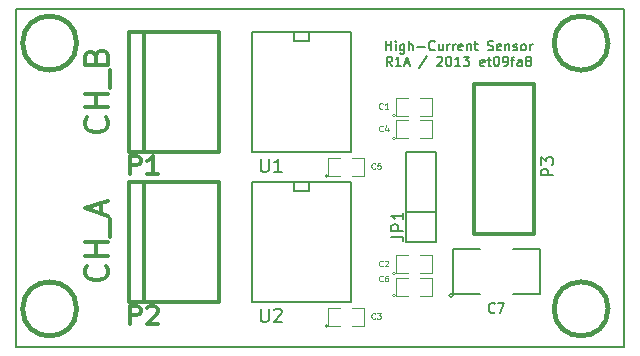
<source format=gto>
G04 (created by PCBNEW (2013-mar-13)-testing) date Thu 04 Apr 2013 06:28:06 PM CEST*
%MOIN*%
G04 Gerber Fmt 3.4, Leading zero omitted, Abs format*
%FSLAX34Y34*%
G01*
G70*
G90*
G04 APERTURE LIST*
%ADD10C,0.006*%
%ADD11C,0.00787402*%
%ADD12C,0.00590551*%
%ADD13C,0.005*%
%ADD14C,0.0039*%
%ADD15C,0.012*%
%ADD16C,0.015*%
%ADD17C,0.008*%
%ADD18C,0.0043*%
G04 APERTURE END LIST*
G54D10*
G54D11*
X82077Y-54377D02*
X82077Y-54062D01*
X82077Y-54212D02*
X82257Y-54212D01*
X82257Y-54377D02*
X82257Y-54062D01*
X82407Y-54377D02*
X82407Y-54167D01*
X82407Y-54062D02*
X82392Y-54077D01*
X82407Y-54092D01*
X82422Y-54077D01*
X82407Y-54062D01*
X82407Y-54092D01*
X82692Y-54167D02*
X82692Y-54422D01*
X82677Y-54452D01*
X82662Y-54467D01*
X82632Y-54482D01*
X82587Y-54482D01*
X82557Y-54467D01*
X82692Y-54362D02*
X82662Y-54377D01*
X82602Y-54377D01*
X82572Y-54362D01*
X82557Y-54347D01*
X82542Y-54317D01*
X82542Y-54227D01*
X82557Y-54197D01*
X82572Y-54182D01*
X82602Y-54167D01*
X82662Y-54167D01*
X82692Y-54182D01*
X82842Y-54377D02*
X82842Y-54062D01*
X82977Y-54377D02*
X82977Y-54212D01*
X82962Y-54182D01*
X82932Y-54167D01*
X82887Y-54167D01*
X82857Y-54182D01*
X82842Y-54197D01*
X83127Y-54257D02*
X83367Y-54257D01*
X83697Y-54347D02*
X83682Y-54362D01*
X83637Y-54377D01*
X83607Y-54377D01*
X83562Y-54362D01*
X83532Y-54332D01*
X83517Y-54302D01*
X83502Y-54242D01*
X83502Y-54197D01*
X83517Y-54137D01*
X83532Y-54107D01*
X83562Y-54077D01*
X83607Y-54062D01*
X83637Y-54062D01*
X83682Y-54077D01*
X83697Y-54092D01*
X83967Y-54167D02*
X83967Y-54377D01*
X83832Y-54167D02*
X83832Y-54332D01*
X83847Y-54362D01*
X83877Y-54377D01*
X83922Y-54377D01*
X83952Y-54362D01*
X83967Y-54347D01*
X84117Y-54377D02*
X84117Y-54167D01*
X84117Y-54227D02*
X84132Y-54197D01*
X84147Y-54182D01*
X84177Y-54167D01*
X84207Y-54167D01*
X84312Y-54377D02*
X84312Y-54167D01*
X84312Y-54227D02*
X84327Y-54197D01*
X84342Y-54182D01*
X84372Y-54167D01*
X84402Y-54167D01*
X84627Y-54362D02*
X84597Y-54377D01*
X84537Y-54377D01*
X84507Y-54362D01*
X84492Y-54332D01*
X84492Y-54212D01*
X84507Y-54182D01*
X84537Y-54167D01*
X84597Y-54167D01*
X84627Y-54182D01*
X84642Y-54212D01*
X84642Y-54242D01*
X84492Y-54272D01*
X84777Y-54167D02*
X84777Y-54377D01*
X84777Y-54197D02*
X84792Y-54182D01*
X84822Y-54167D01*
X84867Y-54167D01*
X84897Y-54182D01*
X84912Y-54212D01*
X84912Y-54377D01*
X85017Y-54167D02*
X85137Y-54167D01*
X85062Y-54062D02*
X85062Y-54332D01*
X85077Y-54362D01*
X85107Y-54377D01*
X85137Y-54377D01*
X85467Y-54362D02*
X85512Y-54377D01*
X85587Y-54377D01*
X85617Y-54362D01*
X85632Y-54347D01*
X85647Y-54317D01*
X85647Y-54287D01*
X85632Y-54257D01*
X85617Y-54242D01*
X85587Y-54227D01*
X85527Y-54212D01*
X85497Y-54197D01*
X85482Y-54182D01*
X85467Y-54152D01*
X85467Y-54122D01*
X85482Y-54092D01*
X85497Y-54077D01*
X85527Y-54062D01*
X85602Y-54062D01*
X85647Y-54077D01*
X85902Y-54362D02*
X85872Y-54377D01*
X85812Y-54377D01*
X85782Y-54362D01*
X85767Y-54332D01*
X85767Y-54212D01*
X85782Y-54182D01*
X85812Y-54167D01*
X85872Y-54167D01*
X85902Y-54182D01*
X85917Y-54212D01*
X85917Y-54242D01*
X85767Y-54272D01*
X86052Y-54167D02*
X86052Y-54377D01*
X86052Y-54197D02*
X86067Y-54182D01*
X86097Y-54167D01*
X86142Y-54167D01*
X86172Y-54182D01*
X86187Y-54212D01*
X86187Y-54377D01*
X86322Y-54362D02*
X86352Y-54377D01*
X86412Y-54377D01*
X86442Y-54362D01*
X86457Y-54332D01*
X86457Y-54317D01*
X86442Y-54287D01*
X86412Y-54272D01*
X86367Y-54272D01*
X86337Y-54257D01*
X86322Y-54227D01*
X86322Y-54212D01*
X86337Y-54182D01*
X86367Y-54167D01*
X86412Y-54167D01*
X86442Y-54182D01*
X86637Y-54377D02*
X86607Y-54362D01*
X86592Y-54347D01*
X86577Y-54317D01*
X86577Y-54227D01*
X86592Y-54197D01*
X86607Y-54182D01*
X86637Y-54167D01*
X86682Y-54167D01*
X86712Y-54182D01*
X86727Y-54197D01*
X86742Y-54227D01*
X86742Y-54317D01*
X86727Y-54347D01*
X86712Y-54362D01*
X86682Y-54377D01*
X86637Y-54377D01*
X86877Y-54377D02*
X86877Y-54167D01*
X86877Y-54227D02*
X86892Y-54197D01*
X86907Y-54182D01*
X86937Y-54167D01*
X86967Y-54167D01*
X82280Y-54897D02*
X82175Y-54747D01*
X82100Y-54897D02*
X82100Y-54582D01*
X82220Y-54582D01*
X82250Y-54597D01*
X82265Y-54612D01*
X82280Y-54642D01*
X82280Y-54687D01*
X82265Y-54717D01*
X82250Y-54732D01*
X82220Y-54747D01*
X82100Y-54747D01*
X82580Y-54897D02*
X82400Y-54897D01*
X82490Y-54897D02*
X82490Y-54582D01*
X82460Y-54627D01*
X82430Y-54657D01*
X82400Y-54672D01*
X82700Y-54807D02*
X82850Y-54807D01*
X82670Y-54897D02*
X82775Y-54582D01*
X82880Y-54897D01*
X83450Y-54567D02*
X83180Y-54972D01*
X83780Y-54612D02*
X83795Y-54597D01*
X83825Y-54582D01*
X83900Y-54582D01*
X83930Y-54597D01*
X83945Y-54612D01*
X83960Y-54642D01*
X83960Y-54672D01*
X83945Y-54717D01*
X83765Y-54897D01*
X83960Y-54897D01*
X84155Y-54582D02*
X84185Y-54582D01*
X84215Y-54597D01*
X84230Y-54612D01*
X84245Y-54642D01*
X84260Y-54702D01*
X84260Y-54777D01*
X84245Y-54837D01*
X84230Y-54867D01*
X84215Y-54882D01*
X84185Y-54897D01*
X84155Y-54897D01*
X84125Y-54882D01*
X84110Y-54867D01*
X84095Y-54837D01*
X84080Y-54777D01*
X84080Y-54702D01*
X84095Y-54642D01*
X84110Y-54612D01*
X84125Y-54597D01*
X84155Y-54582D01*
X84559Y-54897D02*
X84380Y-54897D01*
X84470Y-54897D02*
X84470Y-54582D01*
X84440Y-54627D01*
X84410Y-54657D01*
X84380Y-54672D01*
X84664Y-54582D02*
X84859Y-54582D01*
X84754Y-54702D01*
X84799Y-54702D01*
X84829Y-54717D01*
X84844Y-54732D01*
X84859Y-54762D01*
X84859Y-54837D01*
X84844Y-54867D01*
X84829Y-54882D01*
X84799Y-54897D01*
X84709Y-54897D01*
X84679Y-54882D01*
X84664Y-54867D01*
X85354Y-54882D02*
X85324Y-54897D01*
X85264Y-54897D01*
X85234Y-54882D01*
X85219Y-54852D01*
X85219Y-54732D01*
X85234Y-54702D01*
X85264Y-54687D01*
X85324Y-54687D01*
X85354Y-54702D01*
X85369Y-54732D01*
X85369Y-54762D01*
X85219Y-54792D01*
X85459Y-54687D02*
X85579Y-54687D01*
X85504Y-54582D02*
X85504Y-54852D01*
X85519Y-54882D01*
X85549Y-54897D01*
X85579Y-54897D01*
X85744Y-54582D02*
X85774Y-54582D01*
X85804Y-54597D01*
X85819Y-54612D01*
X85834Y-54642D01*
X85849Y-54702D01*
X85849Y-54777D01*
X85834Y-54837D01*
X85819Y-54867D01*
X85804Y-54882D01*
X85774Y-54897D01*
X85744Y-54897D01*
X85714Y-54882D01*
X85699Y-54867D01*
X85684Y-54837D01*
X85669Y-54777D01*
X85669Y-54702D01*
X85684Y-54642D01*
X85699Y-54612D01*
X85714Y-54597D01*
X85744Y-54582D01*
X85999Y-54897D02*
X86059Y-54897D01*
X86089Y-54882D01*
X86104Y-54867D01*
X86134Y-54822D01*
X86149Y-54762D01*
X86149Y-54642D01*
X86134Y-54612D01*
X86119Y-54597D01*
X86089Y-54582D01*
X86029Y-54582D01*
X85999Y-54597D01*
X85984Y-54612D01*
X85969Y-54642D01*
X85969Y-54717D01*
X85984Y-54747D01*
X85999Y-54762D01*
X86029Y-54777D01*
X86089Y-54777D01*
X86119Y-54762D01*
X86134Y-54747D01*
X86149Y-54717D01*
X86239Y-54687D02*
X86359Y-54687D01*
X86284Y-54897D02*
X86284Y-54627D01*
X86299Y-54597D01*
X86329Y-54582D01*
X86359Y-54582D01*
X86599Y-54897D02*
X86599Y-54732D01*
X86584Y-54702D01*
X86554Y-54687D01*
X86494Y-54687D01*
X86464Y-54702D01*
X86599Y-54882D02*
X86569Y-54897D01*
X86494Y-54897D01*
X86464Y-54882D01*
X86449Y-54852D01*
X86449Y-54822D01*
X86464Y-54792D01*
X86494Y-54777D01*
X86569Y-54777D01*
X86599Y-54762D01*
X86794Y-54717D02*
X86764Y-54702D01*
X86749Y-54687D01*
X86734Y-54657D01*
X86734Y-54642D01*
X86749Y-54612D01*
X86764Y-54597D01*
X86794Y-54582D01*
X86854Y-54582D01*
X86884Y-54597D01*
X86899Y-54612D01*
X86914Y-54642D01*
X86914Y-54657D01*
X86899Y-54687D01*
X86884Y-54702D01*
X86854Y-54717D01*
X86794Y-54717D01*
X86764Y-54732D01*
X86749Y-54747D01*
X86734Y-54777D01*
X86734Y-54837D01*
X86749Y-54867D01*
X86764Y-54882D01*
X86794Y-54897D01*
X86854Y-54897D01*
X86884Y-54882D01*
X86899Y-54867D01*
X86914Y-54837D01*
X86914Y-54777D01*
X86899Y-54747D01*
X86884Y-54732D01*
X86854Y-54717D01*
G54D12*
X90000Y-64250D02*
X90000Y-53000D01*
X69750Y-64250D02*
X69750Y-53000D01*
X90000Y-53000D02*
X69750Y-53000D01*
X69750Y-64250D02*
X90000Y-64250D01*
G54D13*
X77600Y-62750D02*
X77600Y-58750D01*
X77600Y-58750D02*
X80900Y-58750D01*
X80900Y-58750D02*
X80900Y-62750D01*
X80900Y-62750D02*
X77600Y-62750D01*
X79500Y-58750D02*
X79500Y-59050D01*
X79500Y-59050D02*
X79000Y-59050D01*
X79000Y-59050D02*
X79000Y-58750D01*
X77600Y-57750D02*
X77600Y-53750D01*
X77600Y-53750D02*
X80900Y-53750D01*
X80900Y-53750D02*
X80900Y-57750D01*
X80900Y-57750D02*
X77600Y-57750D01*
X79500Y-53750D02*
X79500Y-54050D01*
X79500Y-54050D02*
X79000Y-54050D01*
X79000Y-54050D02*
X79000Y-53750D01*
G54D14*
X82400Y-56550D02*
G75*
G03X82400Y-56550I-50J0D01*
G74*
G01*
X82800Y-56550D02*
X82400Y-56550D01*
X82400Y-56550D02*
X82400Y-55950D01*
X82400Y-55950D02*
X82800Y-55950D01*
X83200Y-55950D02*
X83600Y-55950D01*
X83600Y-55950D02*
X83600Y-56550D01*
X83600Y-56550D02*
X83200Y-56550D01*
X82400Y-57300D02*
G75*
G03X82400Y-57300I-50J0D01*
G74*
G01*
X82800Y-57300D02*
X82400Y-57300D01*
X82400Y-57300D02*
X82400Y-56700D01*
X82400Y-56700D02*
X82800Y-56700D01*
X83200Y-56700D02*
X83600Y-56700D01*
X83600Y-56700D02*
X83600Y-57300D01*
X83600Y-57300D02*
X83200Y-57300D01*
X82400Y-61800D02*
G75*
G03X82400Y-61800I-50J0D01*
G74*
G01*
X82800Y-61800D02*
X82400Y-61800D01*
X82400Y-61800D02*
X82400Y-61200D01*
X82400Y-61200D02*
X82800Y-61200D01*
X83200Y-61200D02*
X83600Y-61200D01*
X83600Y-61200D02*
X83600Y-61800D01*
X83600Y-61800D02*
X83200Y-61800D01*
X82400Y-62550D02*
G75*
G03X82400Y-62550I-50J0D01*
G74*
G01*
X82800Y-62550D02*
X82400Y-62550D01*
X82400Y-62550D02*
X82400Y-61950D01*
X82400Y-61950D02*
X82800Y-61950D01*
X83200Y-61950D02*
X83600Y-61950D01*
X83600Y-61950D02*
X83600Y-62550D01*
X83600Y-62550D02*
X83200Y-62550D01*
X80150Y-63550D02*
G75*
G03X80150Y-63550I-50J0D01*
G74*
G01*
X80550Y-63550D02*
X80150Y-63550D01*
X80150Y-63550D02*
X80150Y-62950D01*
X80150Y-62950D02*
X80550Y-62950D01*
X80950Y-62950D02*
X81350Y-62950D01*
X81350Y-62950D02*
X81350Y-63550D01*
X81350Y-63550D02*
X80950Y-63550D01*
X80150Y-58550D02*
G75*
G03X80150Y-58550I-50J0D01*
G74*
G01*
X80550Y-58550D02*
X80150Y-58550D01*
X80150Y-58550D02*
X80150Y-57950D01*
X80150Y-57950D02*
X80550Y-57950D01*
X80950Y-57950D02*
X81350Y-57950D01*
X81350Y-57950D02*
X81350Y-58550D01*
X81350Y-58550D02*
X80950Y-58550D01*
G54D15*
X87000Y-55500D02*
X87000Y-60500D01*
X87000Y-60500D02*
X85000Y-60500D01*
X85000Y-60500D02*
X85000Y-55500D01*
X85000Y-55500D02*
X87000Y-55500D01*
G54D10*
X83750Y-60750D02*
X82750Y-60750D01*
X82750Y-60750D02*
X82750Y-57750D01*
X82750Y-57750D02*
X83750Y-57750D01*
X83750Y-57750D02*
X83750Y-60750D01*
X82750Y-59750D02*
X83750Y-59750D01*
G54D15*
X74000Y-57750D02*
X74000Y-53750D01*
X73500Y-57750D02*
X76500Y-57750D01*
X76500Y-57750D02*
X76500Y-53750D01*
X76500Y-53750D02*
X73500Y-53750D01*
X73500Y-53750D02*
X73500Y-57750D01*
X74000Y-62750D02*
X74000Y-58750D01*
X73500Y-62750D02*
X76500Y-62750D01*
X76500Y-62750D02*
X76500Y-58750D01*
X76500Y-58750D02*
X73500Y-58750D01*
X73500Y-58750D02*
X73500Y-62750D01*
G54D16*
X71766Y-62992D02*
G75*
G03X71766Y-62992I-900J0D01*
G74*
G01*
X71766Y-54133D02*
G75*
G03X71766Y-54133I-900J0D01*
G74*
G01*
X89482Y-54133D02*
G75*
G03X89482Y-54133I-900J0D01*
G74*
G01*
X89482Y-62992D02*
G75*
G03X89482Y-62992I-900J0D01*
G74*
G01*
G54D13*
X84320Y-62550D02*
G75*
G03X84320Y-62550I-70J0D01*
G74*
G01*
X86300Y-62500D02*
X87200Y-62500D01*
X87200Y-62500D02*
X87200Y-61000D01*
X87200Y-61000D02*
X86300Y-61000D01*
X85200Y-61000D02*
X84300Y-61000D01*
X84300Y-61000D02*
X84300Y-62500D01*
X84300Y-62500D02*
X85200Y-62500D01*
G54D17*
X77907Y-62982D02*
X77907Y-63346D01*
X77928Y-63389D01*
X77950Y-63410D01*
X77992Y-63432D01*
X78078Y-63432D01*
X78121Y-63410D01*
X78142Y-63389D01*
X78164Y-63346D01*
X78164Y-62982D01*
X78357Y-63025D02*
X78378Y-63003D01*
X78421Y-62982D01*
X78528Y-62982D01*
X78571Y-63003D01*
X78592Y-63025D01*
X78614Y-63067D01*
X78614Y-63110D01*
X78592Y-63175D01*
X78335Y-63432D01*
X78614Y-63432D01*
X77907Y-57982D02*
X77907Y-58346D01*
X77928Y-58389D01*
X77950Y-58410D01*
X77992Y-58432D01*
X78078Y-58432D01*
X78121Y-58410D01*
X78142Y-58389D01*
X78164Y-58346D01*
X78164Y-57982D01*
X78614Y-58432D02*
X78357Y-58432D01*
X78485Y-58432D02*
X78485Y-57982D01*
X78442Y-58046D01*
X78400Y-58089D01*
X78357Y-58110D01*
G54D18*
X81967Y-56310D02*
X81957Y-56320D01*
X81929Y-56329D01*
X81910Y-56329D01*
X81882Y-56320D01*
X81863Y-56301D01*
X81854Y-56282D01*
X81845Y-56245D01*
X81845Y-56217D01*
X81854Y-56179D01*
X81863Y-56160D01*
X81882Y-56142D01*
X81910Y-56132D01*
X81929Y-56132D01*
X81957Y-56142D01*
X81967Y-56151D01*
X82154Y-56329D02*
X82042Y-56329D01*
X82098Y-56329D02*
X82098Y-56132D01*
X82079Y-56160D01*
X82060Y-56179D01*
X82042Y-56189D01*
X81967Y-57060D02*
X81957Y-57070D01*
X81929Y-57079D01*
X81910Y-57079D01*
X81882Y-57070D01*
X81863Y-57051D01*
X81854Y-57032D01*
X81845Y-56995D01*
X81845Y-56967D01*
X81854Y-56929D01*
X81863Y-56910D01*
X81882Y-56892D01*
X81910Y-56882D01*
X81929Y-56882D01*
X81957Y-56892D01*
X81967Y-56901D01*
X82136Y-56948D02*
X82136Y-57079D01*
X82089Y-56873D02*
X82042Y-57014D01*
X82164Y-57014D01*
X81967Y-61560D02*
X81957Y-61570D01*
X81929Y-61579D01*
X81910Y-61579D01*
X81882Y-61570D01*
X81863Y-61551D01*
X81854Y-61532D01*
X81845Y-61495D01*
X81845Y-61467D01*
X81854Y-61429D01*
X81863Y-61410D01*
X81882Y-61392D01*
X81910Y-61382D01*
X81929Y-61382D01*
X81957Y-61392D01*
X81967Y-61401D01*
X82042Y-61401D02*
X82051Y-61392D01*
X82070Y-61382D01*
X82117Y-61382D01*
X82136Y-61392D01*
X82145Y-61401D01*
X82154Y-61420D01*
X82154Y-61439D01*
X82145Y-61467D01*
X82032Y-61579D01*
X82154Y-61579D01*
X81967Y-62060D02*
X81957Y-62070D01*
X81929Y-62079D01*
X81910Y-62079D01*
X81882Y-62070D01*
X81863Y-62051D01*
X81854Y-62032D01*
X81845Y-61995D01*
X81845Y-61967D01*
X81854Y-61929D01*
X81863Y-61910D01*
X81882Y-61892D01*
X81910Y-61882D01*
X81929Y-61882D01*
X81957Y-61892D01*
X81967Y-61901D01*
X82136Y-61882D02*
X82098Y-61882D01*
X82079Y-61892D01*
X82070Y-61901D01*
X82051Y-61929D01*
X82042Y-61967D01*
X82042Y-62042D01*
X82051Y-62060D01*
X82060Y-62070D01*
X82079Y-62079D01*
X82117Y-62079D01*
X82136Y-62070D01*
X82145Y-62060D01*
X82154Y-62042D01*
X82154Y-61995D01*
X82145Y-61976D01*
X82136Y-61967D01*
X82117Y-61957D01*
X82079Y-61957D01*
X82060Y-61967D01*
X82051Y-61976D01*
X82042Y-61995D01*
X81717Y-63310D02*
X81707Y-63320D01*
X81679Y-63329D01*
X81660Y-63329D01*
X81632Y-63320D01*
X81613Y-63301D01*
X81604Y-63282D01*
X81595Y-63245D01*
X81595Y-63217D01*
X81604Y-63179D01*
X81613Y-63160D01*
X81632Y-63142D01*
X81660Y-63132D01*
X81679Y-63132D01*
X81707Y-63142D01*
X81717Y-63151D01*
X81782Y-63132D02*
X81904Y-63132D01*
X81839Y-63207D01*
X81867Y-63207D01*
X81886Y-63217D01*
X81895Y-63226D01*
X81904Y-63245D01*
X81904Y-63292D01*
X81895Y-63310D01*
X81886Y-63320D01*
X81867Y-63329D01*
X81810Y-63329D01*
X81792Y-63320D01*
X81782Y-63310D01*
X81717Y-58310D02*
X81707Y-58320D01*
X81679Y-58329D01*
X81660Y-58329D01*
X81632Y-58320D01*
X81613Y-58301D01*
X81604Y-58282D01*
X81595Y-58245D01*
X81595Y-58217D01*
X81604Y-58179D01*
X81613Y-58160D01*
X81632Y-58142D01*
X81660Y-58132D01*
X81679Y-58132D01*
X81707Y-58142D01*
X81717Y-58151D01*
X81895Y-58132D02*
X81801Y-58132D01*
X81792Y-58226D01*
X81801Y-58217D01*
X81820Y-58207D01*
X81867Y-58207D01*
X81886Y-58217D01*
X81895Y-58226D01*
X81904Y-58245D01*
X81904Y-58292D01*
X81895Y-58310D01*
X81886Y-58320D01*
X81867Y-58329D01*
X81820Y-58329D01*
X81801Y-58320D01*
X81792Y-58310D01*
G54D17*
X87661Y-58545D02*
X87261Y-58545D01*
X87261Y-58392D01*
X87280Y-58354D01*
X87300Y-58335D01*
X87338Y-58316D01*
X87395Y-58316D01*
X87433Y-58335D01*
X87452Y-58354D01*
X87471Y-58392D01*
X87471Y-58545D01*
X87261Y-58183D02*
X87261Y-57935D01*
X87414Y-58069D01*
X87414Y-58011D01*
X87433Y-57973D01*
X87452Y-57954D01*
X87490Y-57935D01*
X87585Y-57935D01*
X87623Y-57954D01*
X87642Y-57973D01*
X87661Y-58011D01*
X87661Y-58126D01*
X87642Y-58164D01*
X87623Y-58183D01*
G54D10*
X82261Y-60583D02*
X82547Y-60583D01*
X82604Y-60602D01*
X82642Y-60640D01*
X82661Y-60697D01*
X82661Y-60735D01*
X82661Y-60392D02*
X82261Y-60392D01*
X82261Y-60240D01*
X82280Y-60202D01*
X82300Y-60183D01*
X82338Y-60164D01*
X82395Y-60164D01*
X82433Y-60183D01*
X82452Y-60202D01*
X82471Y-60240D01*
X82471Y-60392D01*
X82661Y-59783D02*
X82661Y-60011D01*
X82661Y-59897D02*
X82261Y-59897D01*
X82319Y-59935D01*
X82357Y-59973D01*
X82376Y-60011D01*
G54D15*
X73557Y-58492D02*
X73557Y-57892D01*
X73785Y-57892D01*
X73842Y-57921D01*
X73871Y-57950D01*
X73900Y-58007D01*
X73900Y-58092D01*
X73871Y-58150D01*
X73842Y-58178D01*
X73785Y-58207D01*
X73557Y-58207D01*
X74471Y-58492D02*
X74128Y-58492D01*
X74300Y-58492D02*
X74300Y-57892D01*
X74242Y-57978D01*
X74185Y-58035D01*
X74128Y-58064D01*
X72743Y-56612D02*
X72781Y-56649D01*
X72818Y-56762D01*
X72818Y-56837D01*
X72781Y-56949D01*
X72706Y-57024D01*
X72631Y-57062D01*
X72481Y-57099D01*
X72368Y-57099D01*
X72218Y-57062D01*
X72143Y-57024D01*
X72068Y-56949D01*
X72031Y-56837D01*
X72031Y-56762D01*
X72068Y-56649D01*
X72106Y-56612D01*
X72818Y-56274D02*
X72031Y-56274D01*
X72406Y-56274D02*
X72406Y-55824D01*
X72818Y-55824D02*
X72031Y-55824D01*
X72893Y-55637D02*
X72893Y-55037D01*
X72406Y-54587D02*
X72443Y-54475D01*
X72481Y-54437D01*
X72556Y-54400D01*
X72668Y-54400D01*
X72743Y-54437D01*
X72781Y-54475D01*
X72818Y-54550D01*
X72818Y-54850D01*
X72031Y-54850D01*
X72031Y-54587D01*
X72068Y-54512D01*
X72106Y-54475D01*
X72181Y-54437D01*
X72256Y-54437D01*
X72331Y-54475D01*
X72368Y-54512D01*
X72406Y-54587D01*
X72406Y-54850D01*
X73557Y-63492D02*
X73557Y-62892D01*
X73785Y-62892D01*
X73842Y-62921D01*
X73871Y-62950D01*
X73900Y-63007D01*
X73900Y-63092D01*
X73871Y-63150D01*
X73842Y-63178D01*
X73785Y-63207D01*
X73557Y-63207D01*
X74128Y-62950D02*
X74157Y-62921D01*
X74214Y-62892D01*
X74357Y-62892D01*
X74414Y-62921D01*
X74442Y-62950D01*
X74471Y-63007D01*
X74471Y-63064D01*
X74442Y-63150D01*
X74100Y-63492D01*
X74471Y-63492D01*
X72743Y-61556D02*
X72781Y-61593D01*
X72818Y-61706D01*
X72818Y-61781D01*
X72781Y-61893D01*
X72706Y-61968D01*
X72631Y-62006D01*
X72481Y-62043D01*
X72368Y-62043D01*
X72218Y-62006D01*
X72143Y-61968D01*
X72068Y-61893D01*
X72031Y-61781D01*
X72031Y-61706D01*
X72068Y-61593D01*
X72106Y-61556D01*
X72818Y-61218D02*
X72031Y-61218D01*
X72406Y-61218D02*
X72406Y-60768D01*
X72818Y-60768D02*
X72031Y-60768D01*
X72893Y-60581D02*
X72893Y-59981D01*
X72593Y-59831D02*
X72593Y-59456D01*
X72818Y-59906D02*
X72031Y-59643D01*
X72818Y-59381D01*
G54D13*
X85700Y-63108D02*
X85685Y-63125D01*
X85642Y-63141D01*
X85614Y-63141D01*
X85571Y-63125D01*
X85542Y-63091D01*
X85528Y-63058D01*
X85514Y-62991D01*
X85514Y-62941D01*
X85528Y-62875D01*
X85542Y-62841D01*
X85571Y-62808D01*
X85614Y-62791D01*
X85642Y-62791D01*
X85685Y-62808D01*
X85700Y-62825D01*
X85800Y-62791D02*
X86000Y-62791D01*
X85871Y-63141D01*
M02*

</source>
